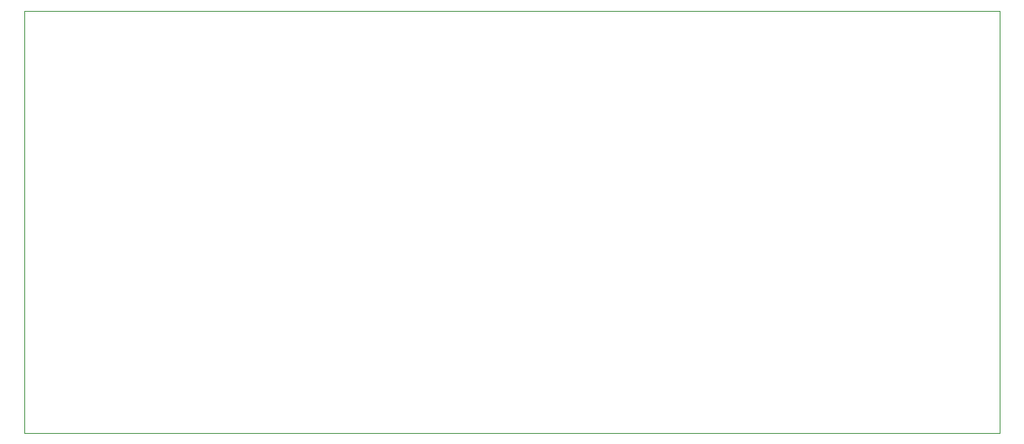
<source format=gbo>
G75*
G70*
%OFA0B0*%
%FSLAX24Y24*%
%IPPOS*%
%LPD*%
%AMOC8*
5,1,8,0,0,1.08239X$1,22.5*
%
%ADD10C,0.0000*%
D10*
X003851Y000105D02*
X003851Y018100D01*
X045288Y018100D01*
X045288Y000105D01*
X003851Y000105D01*
X003851Y006843D02*
X003851Y011243D01*
X045288Y011243D02*
X045288Y006843D01*
M02*

</source>
